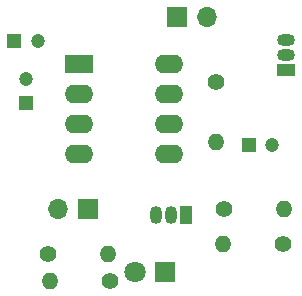
<source format=gbr>
%TF.GenerationSoftware,KiCad,Pcbnew,(5.1.12)-1*%
%TF.CreationDate,2023-08-26T19:40:57+05:30*%
%TF.ProjectId,clap switch,636c6170-2073-4776-9974-63682e6b6963,rev?*%
%TF.SameCoordinates,Original*%
%TF.FileFunction,Soldermask,Top*%
%TF.FilePolarity,Negative*%
%FSLAX46Y46*%
G04 Gerber Fmt 4.6, Leading zero omitted, Abs format (unit mm)*
G04 Created by KiCad (PCBNEW (5.1.12)-1) date 2023-08-26 19:40:57*
%MOMM*%
%LPD*%
G01*
G04 APERTURE LIST*
%ADD10O,1.700000X1.700000*%
%ADD11R,1.700000X1.700000*%
%ADD12C,1.800000*%
%ADD13R,1.800000X1.800000*%
%ADD14O,2.400000X1.600000*%
%ADD15R,2.400000X1.600000*%
%ADD16R,1.500000X1.050000*%
%ADD17O,1.500000X1.050000*%
%ADD18O,1.400000X1.400000*%
%ADD19C,1.400000*%
%ADD20R,1.050000X1.500000*%
%ADD21O,1.050000X1.500000*%
%ADD22C,1.200000*%
%ADD23R,1.200000X1.200000*%
G04 APERTURE END LIST*
D10*
%TO.C,6V1*%
X162290000Y-75750000D03*
D11*
X159750000Y-75750000D03*
%TD*%
D12*
%TO.C,D1*%
X156210000Y-97350000D03*
D13*
X158750000Y-97350000D03*
%TD*%
D14*
%TO.C,U1*%
X159120000Y-79750000D03*
X151500000Y-87370000D03*
X159120000Y-82290000D03*
X151500000Y-84830000D03*
X159120000Y-84830000D03*
X151500000Y-82290000D03*
X159120000Y-87370000D03*
D15*
X151500000Y-79750000D03*
%TD*%
D10*
%TO.C,MK1*%
X149710000Y-92000000D03*
D11*
X152250000Y-92000000D03*
%TD*%
D16*
%TO.C,Q2*%
X169000000Y-80250000D03*
D17*
X169000000Y-77710000D03*
X169000000Y-78980000D03*
%TD*%
D18*
%TO.C,R5*%
X163670000Y-95000000D03*
D19*
X168750000Y-95000000D03*
%TD*%
D18*
%TO.C,R4*%
X163068000Y-86360000D03*
D19*
X163068000Y-81280000D03*
%TD*%
D18*
%TO.C,R3*%
X168830000Y-92000000D03*
D19*
X163750000Y-92000000D03*
%TD*%
D18*
%TO.C,R2*%
X149030000Y-98070000D03*
D19*
X154110000Y-98070000D03*
%TD*%
D18*
%TO.C,R1*%
X153930000Y-95770000D03*
D19*
X148850000Y-95770000D03*
%TD*%
D20*
%TO.C,Q1*%
X160500000Y-92500000D03*
D21*
X157960000Y-92500000D03*
X159230000Y-92500000D03*
%TD*%
D22*
%TO.C,C3*%
X167862000Y-86614000D03*
D23*
X165862000Y-86614000D03*
%TD*%
D22*
%TO.C,C2*%
X147000000Y-81000000D03*
D23*
X147000000Y-83000000D03*
%TD*%
D22*
%TO.C,C1*%
X148000000Y-77750000D03*
D23*
X146000000Y-77750000D03*
%TD*%
M02*

</source>
